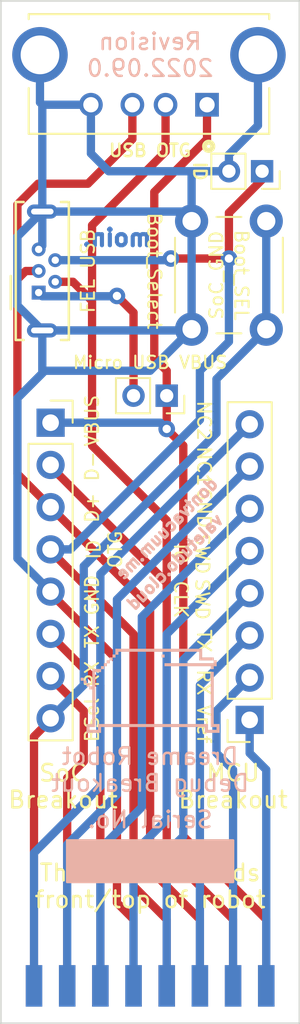
<source format=kicad_pcb>
(kicad_pcb (version 20211014) (generator pcbnew)
  (layers (0 "F.Cu" signal) (31 "B.Cu" signal) (34 "B.Paste" user) (35 "F.Paste" user) (36 "B.SilkS" user "B.Silkscreen") (37 "F.SilkS" user "F.Silkscreen") (38 "B.Mask" user) (39 "F.Mask" user) (44 "Edge.Cuts" user))
  (net 0 "")
  (net 1 "MCU_Vref")
  (net 2 "VBUS")
  (net 3 "MCU_RX")
  (net 4 "D-")
  (net 5 "MCU_TX")
  (net 6 "D+")
  (net 7 "MCU_SWCLK")
  (net 8 "MCU_SWDIO")
  (net 9 "SoC_TX")
  (net 10 "SoC_RX")
  (net 11 "Boot_SEL")
  (net 12 "USB_VBUS")
  (net 13 "SoC_USB_OTG_ID")
  (net 14 "MCU_NC1")
  (net 15 "MCU_NC2")
  (net 16 "SoC_GND")
  (net 17 "MCU_GND")
  (footprint "Connector_PinSocket_2.54mm:PinSocket_1x08_P2.54mm_Vertical" (layer "F.Cu") (at 65 82 180)
    (fp_text reference "J3" hide)
    (fp_text value "MCU Breakout" hide)
    (fp_line (start 1.33 -1.33) (end 1.33 0) (layer "F.SilkS") (width 0.12))
    (fp_line (start 1.33 1.27) (end 1.33 19.11) (layer "F.SilkS") (width 0.12))
    (fp_line (start -1.33 1.27) (end 1.33 1.27) (layer "F.SilkS") (width 0.12))
    (fp_line (start -1.33 1.27) (end -1.33 19.11) (layer "F.SilkS") (width 0.12))
    (fp_line (start -1.33 19.11) (end 1.33 19.11) (layer "F.SilkS") (width 0.12))
    (fp_line (start 0 -1.33) (end 1.33 -1.33) (layer "F.SilkS") (width 0.12))
    (pad "1" thru_hole rect (at 0 0 180) (size 1.7 1.7) (drill 1) (layers *.Cu *.Mask) (net 1 "MCU_Vref"))
    (pad "2" thru_hole oval (at 0 2.54 180) (size 1.7 1.7) (drill 1) (layers *.Cu *.Mask) (net 3 "MCU_RX"))
    (pad "3" thru_hole oval (at 0 5.08 180) (size 1.7 1.7) (drill 1) (layers *.Cu *.Mask) (net 5 "MCU_TX"))
    (pad "4" thru_hole oval (at 0 7.62 180) (size 1.7 1.7) (drill 1) (layers *.Cu *.Mask) (net 7 "MCU_SWCLK"))
    (pad "5" thru_hole oval (at 0 10.16 180) (size 1.7 1.7) (drill 1) (layers *.Cu *.Mask) (net 8 "MCU_SWDIO"))
    (pad "6" thru_hole oval (at 0 12.7 180) (size 1.7 1.7) (drill 1) (layers *.Cu *.Mask) (net 17 "MCU_GND"))
    (pad "7" thru_hole oval (at 0 15.24 180) (size 1.7 1.7) (drill 1) (layers *.Cu *.Mask) (net 14 "MCU_NC1"))
    (pad "8" thru_hole oval (at 0 17.78 180) (size 1.7 1.7) (drill 1) (layers *.Cu *.Mask) (net 15 "MCU_NC2"))
  )
  (footprint "Custom:ONSHORE_USB-A1VSB6" (layer "F.Cu") (at 58.93 42 180)
    (fp_text reference "J5" hide)
    (fp_text value "OTG_USB" hide)
    (fp_line (start -7.25 -2) (end -7.25 -4.75) (layer "F.SilkS") (width 0.127))
    (fp_line (start 7.25 2.15) (end 7.25 2.45) (layer "F.SilkS") (width 0.127))
    (fp_line (start -7.25 2.45) (end -7.25 2.15) (layer "F.SilkS") (width 0.127))
    (fp_line (start 7.25 2.45) (end -7.25 2.45) (layer "F.SilkS") (width 0.127))
    (fp_line (start -7.25 -4.75) (end 7.25 -4.75) (layer "F.SilkS") (width 0.127))
    (fp_line (start 7.25 -4.75) (end 7.25 -2) (layer "F.SilkS") (width 0.127))
    (fp_circle (center -3.6 -5.5) (end -3.5 -5.5) (layer "F.SilkS") (width 0.3) (fill none))
    (pad "1" thru_hole rect (at -3.5 -3 180) (size 1.428 1.428) (drill 0.92) (layers *.Cu *.Mask) (net 2 "VBUS"))
    (pad "2" thru_hole circle (at -1 -3 180) (size 1.428 1.428) (drill 0.92) (layers *.Cu *.Mask) (net 4 "D-"))
    (pad "3" thru_hole circle (at 1 -3 180) (size 1.428 1.428) (drill 0.92) (layers *.Cu *.Mask) (net 6 "D+"))
    (pad "4" thru_hole circle (at 3.5 -3 180) (size 1.428 1.428) (drill 0.92) (layers *.Cu *.Mask) (net 16 "SoC_GND"))
    (pad "S1" thru_hole circle (at -6.57 0 180) (size 3.346 3.346) (drill 2.33) (layers *.Cu *.Mask) (net 16 "SoC_GND"))
    (pad "S2" thru_hole circle (at 6.57 0 180) (size 3.346 3.346) (drill 2.33) (layers *.Cu *.Mask) (net 16 "SoC_GND"))
  )
  (footprint "Connector_PinSocket_2.00mm:PinSocket_1x02_P2.00mm_Vertical" (layer "F.Cu") (at 65.75 49 -90)
    (fp_text reference "JP2" hide)
    (fp_text value "JP_USB_OTG_ID" hide)
    (fp_line (start 1.06 1) (end 1.06 3.06) (layer "F.SilkS") (width 0.12))
    (fp_line (start -1.06 1) (end 1.06 1) (layer "F.SilkS") (width 0.12))
    (fp_line (start -1.06 3.06) (end 1.06 3.06) (layer "F.SilkS") (width 0.12))
    (fp_line (start 1.06 -1.06) (end 1.06 0) (layer "F.SilkS") (width 0.12))
    (fp_line (start 0 -1.06) (end 1.06 -1.06) (layer "F.SilkS") (width 0.12))
    (fp_line (start -1.06 1) (end -1.06 3.06) (layer "F.SilkS") (width 0.12))
    (pad "1" thru_hole rect (at 0 0 270) (size 1.35 1.35) (drill 0.8) (layers *.Cu *.Mask) (net 13 "SoC_USB_OTG_ID"))
    (pad "2" thru_hole oval (at 0 2 270) (size 1.35 1.35) (drill 0.8) (layers *.Cu *.Mask) (net 16 "SoC_GND"))
  )
  (footprint "Connector_PinSocket_2.00mm:PinSocket_1x02_P2.00mm_Vertical" (layer "F.Cu") (at 60 62.5 -90)
    (fp_text reference "JP1" hide)
    (fp_text value "JP_USB_VBUS" hide)
    (fp_line (start -1.06 3.06) (end 1.06 3.06) (layer "F.SilkS") (width 0.12))
    (fp_line (start -1.06 1) (end -1.06 3.06) (layer "F.SilkS") (width 0.12))
    (fp_line (start 0 -1.06) (end 1.06 -1.06) (layer "F.SilkS") (width 0.12))
    (fp_line (start -1.06 1) (end 1.06 1) (layer "F.SilkS") (width 0.12))
    (fp_line (start 1.06 -1.06) (end 1.06 0) (layer "F.SilkS") (width 0.12))
    (fp_line (start 1.06 1) (end 1.06 3.06) (layer "F.SilkS") (width 0.12))
    (pad "1" thru_hole rect (at 0 0 270) (size 1.35 1.35) (drill 0.8) (layers *.Cu *.Mask) (net 2 "VBUS"))
    (pad "2" thru_hole oval (at 0 2 270) (size 1.35 1.35) (drill 0.8) (layers *.Cu *.Mask) (net 12 "USB_VBUS"))
  )
  (footprint "Custom:DGI_8_SMDPADS" (layer "F.Cu") (at 59 98)
    (fp_text reference "J1.1" hide)
    (fp_text value "To Robot SoC" hide)
    (pad "1" smd rect (at -7 0) (size 1 2.5) (layers "F.Cu" "F.Paste" "F.Mask") (net 11 "Boot_SEL"))
    (pad "2" smd rect (at -5 0) (size 1 2.5) (layers "F.Cu" "F.Paste" "F.Mask") (net 10 "SoC_RX"))
    (pad "3" smd rect (at -3 0) (size 1 2.5) (layers "F.Cu" "F.Paste" "F.Mask") (net 9 "SoC_TX"))
    (pad "4" smd rect (at -1 0) (size 1 2.5) (layers "F.Cu" "F.Paste" "F.Mask") (net 16 "SoC_GND"))
    (pad "5" smd rect (at 1 0) (size 1 2.5) (layers "F.Cu" "F.Paste" "F.Mask") (net 13 "SoC_USB_OTG_ID"))
    (pad "6" smd rect (at 3 0) (size 1 2.5) (layers "F.Cu" "F.Paste" "F.Mask") (net 6 "D+"))
    (pad "7" smd rect (at 5 0) (size 1 2.5) (layers "F.Cu" "F.Paste" "F.Mask") (net 4 "D-"))
    (pad "8" smd rect (at 7 0) (size 1 2.5) (layers "F.Cu" "F.Paste" "F.Mask") (net 2 "VBUS"))
  )
  (footprint "Connector_PinSocket_2.54mm:PinSocket_1x08_P2.54mm_Vertical" (layer "F.Cu") (at 53 64.125)
    (fp_text reference "J2" hide)
    (fp_text value "SoC Breakout" hide)
    (fp_line (start 1.33 -1.33) (end 1.33 0) (layer "F.SilkS") (width 0.12))
    (fp_line (start -1.33 19.11) (end 1.33 19.11) (layer "F.SilkS") (width 0.12))
    (fp_line (start -1.33 1.27) (end 1.33 1.27) (layer "F.SilkS") (width 0.12))
    (fp_line (start 1.33 1.27) (end 1.33 19.11) (layer "F.SilkS") (width 0.12))
    (fp_line (start -1.33 1.27) (end -1.33 19.11) (layer "F.SilkS") (width 0.12))
    (fp_line (start 0 -1.33) (end 1.33 -1.33) (layer "F.SilkS") (width 0.12))
    (pad "1" thru_hole rect (at 0 0) (size 1.7 1.7) (drill 1) (layers *.Cu *.Mask) (net 2 "VBUS"))
    (pad "2" thru_hole oval (at 0 2.54) (size 1.7 1.7) (drill 1) (layers *.Cu *.Mask) (net 4 "D-"))
    (pad "3" thru_hole oval (at 0 5.08) (size 1.7 1.7) (drill 1) (layers *.Cu *.Mask) (net 6 "D+"))
    (pad "4" thru_hole oval (at 0 7.62) (size 1.7 1.7) (drill 1) (layers *.Cu *.Mask) (net 13 "SoC_USB_OTG_ID"))
    (pad "5" thru_hole oval (at 0 10.16) (size 1.7 1.7) (drill 1) (layers *.Cu *.Mask) (net 16 "SoC_GND"))
    (pad "6" thru_hole oval (at 0 12.7) (size 1.7 1.7) (drill 1) (layers *.Cu *.Mask) (net 9 "SoC_TX"))
    (pad "7" thru_hole oval (at 0 15.24) (size 1.7 1.7) (drill 1) (layers *.Cu *.Mask) (net 10 "SoC_RX"))
    (pad "8" thru_hole oval (at 0 17.78) (size 1.7 1.7) (drill 1) (layers *.Cu *.Mask) (net 11 "Boot_SEL"))
  )
  (footprint "Connector_USB:USB_Micro-B_Wuerth_614105150721_Vertical" (layer "F.Cu") (at 52.28 56.3 90)
    (fp_text reference "J4" hide)
    (fp_text value "SoC_FEL_USB" hide)
    (fp_line (start -2.85 1.82) (end 5.45 1.82) (layer "F.SilkS") (width 0.15))
    (fp_line (start -2.85 1.345) (end -2.85 1.82) (layer "F.SilkS") (width 0.15))
    (fp_line (start -2.85 -1.38) (end 5.45 -1.38) (layer "F.SilkS") (width 0.15))
    (fp_line (start 5.45 1.82) (end 5.45 1.345) (layer "F.SilkS") (width 0.15))
    (fp_line (start -1 -1.68) (end 1 -1.68) (layer "F.SilkS") (width 0.15))
    (fp_line (start -2.85 -0.905) (end -2.85 -1.38) (layer "F.SilkS") (width 0.15))
    (fp_line (start 5.45 -1.38) (end 5.45 -0.905) (layer "F.SilkS") (width 0.15))
    (pad "1" thru_hole rect (at 0 0 90) (size 0.84 0.84) (drill 0.44) (layers *.Cu *.Mask) (net 12 "USB_VBUS"))
    (pad "2" thru_hole circle (at 0.65 1 90) (size 0.84 0.84) (drill 0.44) (layers *.Cu *.Mask) (net 4 "D-"))
    (pad "3" thru_hole circle (at 1.3 0 90) (size 0.84 0.84) (drill 0.44) (layers *.Cu *.Mask) (net 6 "D+"))
    (pad "4" thru_hole circle (at 1.95 1 90) (size 0.84 0.84) (drill 0.44) (layers *.Cu *.Mask) (net 13 "SoC_USB_OTG_ID"))
    (pad "5" thru_hole circle (at 2.6 0 90) (size 0.84 0.84) (drill 0.44) (layers *.Cu *.Mask) (net 16 "SoC_GND"))
    (pad "6" thru_hole oval (at -2.275 0.22 90) (size 0.85 1.85) (drill oval 0.35 1.35) (layers *.Cu *.Mask) (net 16 "SoC_GND"))
    (pad "6" thru_hole oval (at 4.875 0.22 90) (size 0.85 1.85) (drill oval 0.35 1.35) (layers *.Cu *.Mask) (net 16 "SoC_GND"))
  )
  (footprint "Button_Switch_THT:SW_PUSH_6mm" (layer "F.Cu") (at 61.5 58.5 90)
    (fp_text reference "SW1" hide)
    (fp_text value "SoC_Boot_SEL_BTN" hide)
    (fp_line (start -0.25 1.5) (end -0.25 3) (layer "F.SilkS") (width 0.12))
    (fp_line (start 1 5.5) (end 5.5 5.5) (layer "F.SilkS") (width 0.12))
    (fp_line (start 6.75 3) (end 6.75 1.5) (layer "F.SilkS") (width 0.12))
    (fp_line (start 5.5 -1) (end 1 -1) (layer "F.SilkS") (width 0.12))
    (pad "1" thru_hole circle (at 6.5 0 180) (size 2 2) (drill 1.1) (layers *.Cu *.Mask) (net 16 "SoC_GND"))
    (pad "1" thru_hole circle (at 0 0 180) (size 2 2) (drill 1.1) (layers *.Cu *.Mask) (net 16 "SoC_GND"))
    (pad "2" thru_hole circle (at 0 4.5 180) (size 2 2) (drill 1.1) (layers *.Cu *.Mask) (net 11 "Boot_SEL"))
    (pad "2" thru_hole circle (at 6.5 4.5 180) (size 2 2) (drill 1.1) (layers *.Cu *.Mask) (net 11 "Boot_SEL"))
  )
  (footprint "Custom:DGI_8_SMDPADS" (layer "B.Cu") (at 59 98 180)
    (fp_text reference "J1.2" hide)
    (fp_text value "To Robot MCU" hide)
    (pad "1" smd rect (at -7 0 180) (size 1 2.5) (layers "B.Cu" "B.Paste" "B.Mask") (net 1 "MCU_Vref"))
    (pad "2" smd rect (at -5 0 180) (size 1 2.5) (layers "B.Cu" "B.Paste" "B.Mask") (net 3 "MCU_RX"))
    (pad "3" smd rect (at -3 0 180) (size 1 2.5) (layers "B.Cu" "B.Paste" "B.Mask") (net 5 "MCU_TX"))
    (pad "4" smd rect (at -1 0 180) (size 1 2.5) (layers "B.Cu" "B.Paste" "B.Mask") (net 7 "MCU_SWCLK"))
    (pad "5" smd rect (at 1 0 180) (size 1 2.5) (layers "B.Cu" "B.Paste" "B.Mask") (net 8 "MCU_SWDIO"))
    (pad "6" smd rect (at 3 0 180) (size 1 2.5) (layers "B.Cu" "B.Paste" "B.Mask") (net 17 "MCU_GND"))
    (pad "7" smd rect (at 5 0 180) (size 1 2.5) (layers "B.Cu" "B.Paste" "B.Mask") (net 14 "MCU_NC1"))
    (pad "8" smd rect (at 7 0 180) (size 1 2.5) (layers "B.Cu" "B.Paste" "B.Mask") (net 15 "MCU_NC2"))
  )
  (footprint "Custom:valetudog" (layer "B.Cu") (at 59 80.25 180)
    (fp_text reference "G***" hide)
    (fp_text value "LOGO" hide)
    (fp_poly (pts (xy 2.264229 1.8288) (xy 2.264229 2.002972) (xy 2.4384 2.002972) (xy 2.4384 1.8288) (xy 2.264229 1.8288)) (layer "B.SilkS") (width 0.01) (fill solid))
    (fp_poly (pts (xy 1.915886 2.177143) (xy 1.915886 2.351315) (xy -2.960914 2.351315) (xy -2.960914 1.8288) (xy -3.831771 1.8288) (xy -3.831771 2.002972) (xy -3.135085 2.002972) (xy -3.135085 2.525486) (xy 2.090057 2.525486) (xy 2.090057 2.177143) (xy 1.915886 2.177143)) (layer "B.SilkS") (width 0.01) (fill solid))
    (fp_poly (pts (xy 3.6576 0.087086) (xy 3.483429 0.087086) (xy 3.483429 -2.002971) (xy 3.831772 -2.002971) (xy 3.831772 -2.525485) (xy 2.960915 -2.525485) (xy 2.960915 -2.177143) (xy -3.309257 -2.177143) (xy -3.309257 -2.525485) (xy -4.180114 -2.525485) (xy -4.180114 -2.002971) (xy -3.831771 -2.002971) (xy -3.831771 1.132115) (xy -3.6576 1.132115) (xy -3.6576 -2.177143) (xy -4.005943 -2.177143) (xy -4.005943 -2.351314) (xy -3.483428 -2.351314) (xy -3.483428 -2.002971) (xy 3.135086 -2.002971) (xy 3.135086 -2.351314) (xy 3.6576 -2.351314) (xy 3.6576 -2.177143) (xy 3.309257 -2.177143) (xy 3.309257 1.132115) (xy 2.960915 1.132115) (xy 2.960915 1.306286) (xy 3.483429 1.306286) (xy 3.483429 0.261257) (xy 3.6576 0.261257) (xy 3.6576 0.087086)) (layer "B.SilkS") (width 0.01) (fill solid))
    (fp_poly (pts (xy 2.786743 1.306286) (xy 2.786743 1.480457) (xy 2.960915 1.480457) (xy 2.960915 1.306286) (xy 2.786743 1.306286)) (layer "B.SilkS") (width 0.01) (fill solid))
    (fp_poly (pts (xy -3.831771 1.654629) (xy -0.870857 1.654629) (xy -0.870857 1.480457) (xy -3.6576 1.480457) (xy -3.6576 1.306286) (xy -3.831771 1.306286) (xy -3.831771 1.480457) (xy -4.005943 1.480457) (xy -4.005943 1.8288) (xy -3.831771 1.8288) (xy -3.831771 1.654629)) (layer "B.SilkS") (width 0.01) (fill solid))
    (fp_poly (pts (xy 4.005943 0.435429) (xy 3.831772 0.435429) (xy 3.831772 0.6096) (xy 4.005943 0.6096) (xy 4.005943 0.435429)) (layer "B.SilkS") (width 0.01) (fill solid))
    (fp_poly (pts (xy -0.696685 2.002972) (xy -0.870857 2.002972) (xy -0.870857 2.177143) (xy -0.696685 2.177143) (xy -0.696685 2.002972)) (layer "B.SilkS") (width 0.01) (fill solid))
    (fp_poly (pts (xy 2.612572 1.480457) (xy 2.612572 1.654629) (xy 2.786743 1.654629) (xy 2.786743 1.480457) (xy 2.612572 1.480457)) (layer "B.SilkS") (width 0.01) (fill solid))
    (fp_poly (pts (xy 4.005943 0.783772) (xy 4.180115 0.783772) (xy 4.180115 0.6096) (xy 4.005943 0.6096) (xy 4.005943 0.783772)) (layer "B.SilkS") (width 0.01) (fill solid))
    (fp_poly (pts (xy 3.831772 0.261257) (xy 3.6576 0.261257) (xy 3.6576 0.435429) (xy 3.831772 0.435429) (xy 3.831772 0.261257)) (layer "B.SilkS") (width 0.01) (fill solid))
    (fp_poly (pts (xy 2.4384 1.654629) (xy 2.4384 1.8288) (xy 2.612572 1.8288) (xy 2.612572 1.654629) (xy 2.4384 1.654629)) (layer "B.SilkS") (width 0.01) (fill solid))
    (fp_poly (pts (xy 2.090057 2.002972) (xy 2.090057 2.177143) (xy 2.264229 2.177143) (xy 2.264229 2.002972) (xy 2.090057 2.002972)) (layer "B.SilkS") (width 0.01) (fill solid))
  )
  (gr_rect (start 54 91.75) (end 64 89.25) (layer "B.SilkS") (width 0.15) (fill solid))
  (gr_rect (start 50 100.25) (end 68 38.75) (layer "Edge.Cuts") (width 0.1) (fill none))
  (gr_text "moin." (at 57 53) (layer "B.Cu") (effects (font (size 1 1) (thickness 0.25)) (justify mirror)))
  (gr_text "Dreame Robot\nDebug Breakout" (at 59 85) (layer "B.SilkS") (effects (font (size 1 1)) (justify mirror)))
  (gr_text "dontvacuum.me" (at 60 70.5 45) (layer "B.SilkS") (effects (font (size 0.7 0.7) (thickness 0.175)) (justify mirror)))
  (gr_text "valetudo.cloud" (at 60.5 72.5 45) (layer "B.SilkS") (effects (font (size 0.7 0.7) (thickness 0.175)) (justify mirror)))
  (gr_text "Serial No." (at 59 88) (layer "B.SilkS") (effects (font (size 1 1)) (justify mirror)))
  (gr_text "Revision\n2022.09.0" (at 59 42) (layer "B.SilkS") (effects (font (size 1 1)) (justify mirror)))
  (gr_text "USB OTG" (at 59 47.75) (layer "F.SilkS") (effects (font (size 0.75 0.75))))
  (gr_text "This side towards\nfront/top of robot" (at 59 92) (layer "F.SilkS") (effects (font (size 1 1))))
  (gr_text "NC1" (at 62.25 66.75 270) (layer "F.SilkS") (effects (font (size 0.8 0.8) (thickness 0.12))))
  (gr_text "ID\nOTG" (at 56.25 71.75 90) (layer "F.SilkS") (effects (font (size 0.8 0.8) (thickness 0.12))))
  (gr_text "BSel" (at 55.5 82 90) (layer "F.SilkS") (effects (font (size 0.8 0.8) (thickness 0.12))))
  (gr_text "GND" (at 62.25 69.25 270) (layer "F.SilkS") (effects (font (size 0.8 0.8) (thickness 0.12))))
  (gr_text "TX" (at 62.25 77.25 270) (layer "F.SilkS") (effects (font (size 0.8 0.8) (thickness 0.12))))
  (gr_text "SoC_GND" (at 63 55.25 90) (layer "F.SilkS") (effects (font (size 0.8 0.8) (thickness 0.12))))
  (gr_text "D+" (at 55.5 69.25 90) (layer "F.SilkS") (effects (font (size 0.8 0.8) (thickness 0.12))))
  (gr_text "Boot_Select" (at 59.25 55 270) (layer "F.SilkS") (effects (font (size 0.8 0.8) (thickness 0.12))))
  (gr_text "NC2" (at 62.25 64 270) (layer "F.SilkS") (effects (font (size 0.8 0.8) (thickness 0.12))))
  (gr_text "RX" (at 55.5 79.25 90) (layer "F.SilkS") (effects (font (size 0.8 0.8) (thickness 0.12))))
  (gr_text "VBUS" (at 55.5 64 90) (layer "F.SilkS") (effects (font (size 0.8 0.8) (thickness 0.12))))
  (gr_text "Vref" (at 62.25 82.25 270) (layer "F.SilkS") (effects (font (size 0.8 0.8) (thickness 0.12))))
  (gr_text "D-\n" (at 55.5 66.75 90) (layer "F.SilkS") (effects (font (size 0.8 0.8) (thickness 0.12))))
  (gr_text "MCU\nBreakout" (at 64 86) (layer "F.SilkS") (effects (font (size 1 1))))
  (gr_text "SWD\nCLK" (at 61.5 74.75 270) (layer "F.SilkS") (effects (font (size 0.8 0.8) (thickness 0.12))))
  (gr_text "Boot_SEL" (at 64.5 55.25 270) (layer "F.SilkS") (effects (font (size 0.8 0.8) (thickness 0.12))))
  (gr_text "ID" (at 62 49 270) (layer "F.SilkS") (effects (font (size 0.75 0.75))))
  (gr_text "Micro USB VBUS" (at 59 60.5) (layer "F.SilkS") (effects (font (size 0.75 0.75) (thickness 0.125))))
  (gr_text "SoC\nBreakout" (at 53.75 86) (layer "F.SilkS") (effects (font (size 1 1))))
  (gr_text "TX" (at 55.5 77 90) (layer "F.SilkS") (effects (font (size 0.8 0.8) (thickness 0.12))))
  (gr_text "RX" (at 62.25 79.75 270) (layer "F.SilkS") (effects (font (size 0.8 0.8) (thickness 0.12))))
  (gr_text "FEL USB" (at 55.25 55 90) (layer "F.SilkS") (effects (font (size 0.8 0.8) (thickness 0.12))))
  (gr_text "GND" (at 55.5 74.5 90) (layer "F.SilkS") (effects (font (size 0.8 0.8) (thickness 0.12))))
  (gr_text "SWD\nIO" (at 61.5 72 270) (layer "F.SilkS") (effects (font (size 0.8 0.8) (thickness 0.12))))
  (segment (start 66 85) (end 66 98) (width 0.5) (layer "B.Cu") (net 1))
  (segment (start 65 84) (end 66 85) (width 0.5) (layer "B.Cu") (net 1))
  (segment (start 65 82) (end 65 84) (width 0.5) (layer "B.Cu") (net 1))
  (segment (start 66 94) (end 66 98) (width 0.5) (layer "F.Cu") (net 2))
  (segment (start 60 64.5) (end 60 62.5) (width 0.5) (layer "F.Cu") (net 2))
  (segment (start 60 64.5) (end 61 65.5) (width 0.5) (layer "F.Cu") (net 2))
  (segment (start 62.43 47.07) (end 62.43 45) (width 0.5) (layer "F.Cu") (net 2))
  (segment (start 60 61) (end 59.25 60.25) (width 0.5) (layer "F.Cu") (net 2))
  (segment (start 59.25 60.25) (end 59.25 50.25) (width 0.5) (layer "F.Cu") (net 2))
  (segment (start 59.25 50.25) (end 62.43 47.07) (width 0.5) (layer "F.Cu") (net 2))
  (segment (start 60 62.5) (end 60 61) (width 0.5) (layer "F.Cu") (net 2))
  (segment (start 61 65.5) (end 61 89) (width 0.5) (layer "F.Cu") (net 2))
  (segment (start 61 89) (end 66 94) (width 0.5) (layer "F.Cu") (net 2))
  (via (at 60 64.5) (size 1) (drill 0.5) (layers "F.Cu" "B.Cu") (net 2))
  (segment (start 60 64.5) (end 59.625 64.125) (width 0.5) (layer "B.Cu") (net 2))
  (segment (start 59.625 64.125) (end 53 64.125) (width 0.5) (layer "B.Cu") (net 2))
  (segment (start 64 85) (end 64 98) (width 0.5) (layer "B.Cu") (net 3))
  (segment (start 63 81.46) (end 63 84) (width 0.5) (layer "B.Cu") (net 3))
  (segment (start 65 79.46) (end 63 81.46) (width 0.5) (layer "B.Cu") (net 3))
  (segment (start 63 84) (end 64 85) (width 0.5) (layer "B.Cu") (net 3))
  (segment (start 60 90) (end 60 74) (width 0.5) (layer "F.Cu") (net 4))
  (segment (start 53.28 55.65) (end 54.35 55.65) (width 0.5) (layer "F.Cu") (net 4))
  (segment (start 59.93 47.82) (end 59.93 45) (width 0.5) (layer "F.Cu") (net 4))
  (segment (start 60 74) (end 60 73.76) (width 0.5) (layer "F.Cu") (net 4))
  (segment (start 60 73.76) (end 53 66.76) (width 0.5) (layer "F.Cu") (net 4))
  (segment (start 60 70) (end 55.5 65.5) (width 0.5) (layer "F.Cu") (net 4))
  (segment (start 55.5 65.5) (end 55.5 56.8) (width 0.5) (layer "F.Cu") (net 4))
  (segment (start 55.5 56.8) (end 55.5 52.25) (width 0.5) (layer "F.Cu") (net 4))
  (segment (start 55.5 52.25) (end 59.93 47.82) (width 0.5) (layer "F.Cu") (net 4))
  (segment (start 54.35 55.65) (end 55.5 56.8) (width 0.5) (layer "F.Cu") (net 4))
  (segment (start 64 94) (end 60 90) (width 0.5) (layer "F.Cu") (net 4))
  (segment (start 60 74) (end 60 70) (width 0.5) (layer "F.Cu") (net 4))
  (segment (start 64 98) (end 64 94) (width 0.5) (layer "F.Cu") (net 4))
  (segment (start 62 79.92) (end 62 98) (width 0.5) (layer "B.Cu") (net 5))
  (segment (start 65 76.92) (end 62 79.92) (width 0.5) (layer "B.Cu") (net 5))
  (segment (start 53 69.205) (end 59 75.205) (width 0.5) (layer "F.Cu") (net 6))
  (segment (start 51.5 55) (end 51 55.5) (width 0.5) (layer "F.Cu") (net 6))
  (segment (start 57.93 47.07) (end 57.93 45) (width 0.5) (layer "F.Cu") (net 6))
  (segment (start 52.25 49.75) (end 55.25 49.75) (width 0.5) (layer "F.Cu") (net 6))
  (segment (start 59 91) (end 62 94) (width 0.5) (layer "F.Cu") (net 6))
  (segment (start 51 51) (end 52.25 49.75) (width 0.5) (layer "F.Cu") (net 6))
  (segment (start 51 67.205) (end 51 56.28) (width 0.5) (layer "F.Cu") (net 6))
  (segment (start 53 69.205) (end 51 67.205) (width 0.5) (layer "F.Cu") (net 6))
  (segment (start 51 55.5) (end 51 51) (width 0.5) (layer "F.Cu") (net 6))
  (segment (start 59 75.205) (end 59 91) (width 0.5) (layer "F.Cu") (net 6))
  (segment (start 55.25 49.75) (end 57.93 47.07) (width 0.5) (layer "F.Cu") (net 6))
  (segment (start 52.28 55) (end 51.5 55) (width 0.5) (layer "F.Cu") (net 6))
  (segment (start 51 55.5) (end 51 56.28) (width 0.5) (layer "F.Cu") (net 6))
  (segment (start 62 94) (end 62 98) (width 0.5) (layer "F.Cu") (net 6))
  (segment (start 61 78.38) (end 65 74.38) (width 0.5) (layer "B.Cu") (net 7))
  (segment (start 60 98) (end 60 90) (width 0.5) (layer "B.Cu") (net 7))
  (segment (start 60 90) (end 61 89) (width 0.5) (layer "B.Cu") (net 7))
  (segment (start 61 89) (end 61 78.38) (width 0.5) (layer "B.Cu") (net 7))
  (segment (start 60 76.84) (end 65 71.84) (width 0.5) (layer "B.Cu") (net 8))
  (segment (start 58 98) (end 58 90) (width 0.5) (layer "B.Cu") (net 8))
  (segment (start 58 90) (end 60 88) (width 0.5) (layer "B.Cu") (net 8))
  (segment (start 60 88) (end 60 76.84) (width 0.5) (layer "B.Cu") (net 8))
  (segment (start 53 76.92) (end 56 79.92) (width 0.5) (layer "F.Cu") (net 9))
  (segment (start 56 79.92) (end 56 98) (width 0.5) (layer "F.Cu") (net 9))
  (segment (start 54 85.5) (end 55 84.5) (width 0.5) (layer "F.Cu") (net 10))
  (segment (start 53 79.46) (end 55 81.46) (width 0.5) (layer "F.Cu") (net 10))
  (segment (start 55 81.46) (end 55 84.5) (width 0.5) (layer "F.Cu") (net 10))
  (segment (start 54 98) (end 54 85.5) (width 0.5) (layer "F.Cu") (net 10))
  (segment (start 53 82) (end 52 83) (width 0.5) (layer "F.Cu") (net 11))
  (segment (start 52 83) (end 52 98) (width 0.5) (layer "F.Cu") (net 11))
  (segment (start 63 64.75) (end 63 61.5) (width 0.5) (layer "B.Cu") (net 11))
  (segment (start 66 58.5) (end 66 52) (width 0.5) (layer "B.Cu") (net 11))
  (segment (start 63 61.5) (end 66 58.5) (width 0.5) (layer "B.Cu") (net 11))
  (segment (start 55 72.75) (end 63 64.75) (width 0.5) (layer "B.Cu") (net 11))
  (segment (start 53 81.905) (end 55 79.905) (width 0.5) (layer "B.Cu") (net 11))
  (segment (start 55 79.905) (end 55 72.75) (width 0.5) (layer "B.Cu") (net 11))
  (segment (start 58 62.5) (end 58 57.5) (width 0.5) (layer "F.Cu") (net 12))
  (segment (start 58 57.5) (end 57 56.5) (width 0.5) (layer "F.Cu") (net 12))
  (via (at 57 56.5) (size 1) (drill 0.5) (layers "F.Cu" "B.Cu") (net 12))
  (segment (start 56.980489 56.519511) (end 52.499511 56.519511) (width 0.5) (layer "B.Cu") (net 12))
  (segment (start 52.499511 56.519511) (end 52.28 56.3) (width 0.5) (layer "B.Cu") (net 12))
  (segment (start 57 56.5) (end 56.980489 56.519511) (width 0.5) (layer "B.Cu") (net 12))
  (segment (start 58 92) (end 60 94) (width 0.5) (layer "F.Cu") (net 13))
  (segment (start 63.75 54.25) (end 61.5 54.25) (width 0.5) (layer "F.Cu") (net 13))
  (segment (start 61.5 54.25) (end 60.25 54.25) (width 0.5) (layer "F.Cu") (net 13))
  (segment (start 63.75 51.5) (end 65.75 49.5) (width 0.5) (layer "F.Cu") (net 13))
  (segment (start 58 76.84) (end 58 92) (width 0.5) (layer "F.Cu") (net 13))
  (segment (start 63.75 54.25) (end 63.75 51.5) (width 0.5) (layer "F.Cu") (net 13))
  (segment (start 53 71.84) (end 58 76.84) (width 0.5) (layer "F.Cu") (net 13))
  (segment (start 65.75 49.5) (end 65.75 49) (width 0.5) (layer "F.Cu") (net 13))
  (segment (start 60 94) (end 60 98) (width 0.5) (layer "F.Cu") (net 13))
  (via (at 63.75 54.25) (size 1) (drill 0.5) (layers "F.Cu" "B.Cu") (net 13))
  (via (at 60.25 54.25) (size 1) (drill 0.5) (layers "F.Cu" "B.Cu") (net 13))
  (segment (start 62 63.947081) (end 62 61.25) (width 0.5) (layer "B.Cu") (net 13))
  (segment (start 63.75 59.25) (end 63.75 54.25) (width 0.5) (layer "B.Cu") (net 13))
  (segment (start 62 61.25) (end 62 61) (width 0.5) (layer "B.Cu") (net 13))
  (segment (start 60.15 54.35) (end 53.28 54.35) (width 0.5) (layer "B.Cu") (net 13))
  (segment (start 53 71.745) (end 54.202081 71.745) (width 0.5) (layer "B.Cu") (net 13))
  (segment (start 62 61) (end 63.5 59.5) (width 0.5) (layer "B.Cu") (net 13))
  (segment (start 54.202081 71.745) (end 62 63.947081) (width 0.5) (layer "B.Cu") (net 13))
  (segment (start 63.5 59.5) (end 63.75 59.25) (width 0.5) (layer "B.Cu") (net 13))
  (segment (start 60.25 54.25) (end 60.15 54.35) (width 0.5) (layer "B.Cu") (net 13))
  (segment (start 57 86.5) (end 54 89.5) (width 0.5) (layer "B.Cu") (net 14))
  (segment (start 57 74.76) (end 57 86.5) (width 0.5) (layer "B.Cu") (net 14))
  (segment (start 54 89.5) (end 54 98) (width 0.5) (layer "B.Cu") (net 14))
  (segment (start 65 66.76) (end 57 74.76) (width 0.5) (layer "B.Cu") (net 14))
  (segment (start 56 73.22) (end 65 64.22) (width 0.5) (layer "B.Cu") (net 15))
  (segment (start 56 86) (end 56 78) (width 0.5) (layer "B.Cu") (net 15))
  (segment (start 52 90) (end 56 86) (width 0.5) (layer "B.Cu") (net 15))
  (segment (start 52 98) (end 52 90) (width 0.5) (layer "B.Cu") (net 15))
  (segment (start 56 78) (end 56 73.22) (width 0.5) (layer "B.Cu") (net 15))
  (segment (start 53 74.38) (end 57 78.38) (width 0.5) (layer "F.Cu") (net 16))
  (segment (start 58 94) (end 58 98) (width 0.5) (layer "F.Cu") (net 16))
  (segment (start 57 93) (end 58 94) (width 0.5) (layer "F.Cu") (net 16))
  (segment (start 57 78.38) (end 57 93) (width 0.5) (layer "F.Cu") (net 16))
  (segment (start 51 52.925) (end 51 57.075) (width 0.5) (layer "B.Cu") (net 16))
  (segment (start 63.75 49) (end 62.25 49) (width 0.5) (layer "B.Cu") (net 16))
  (segment (start 61.425 58.575) (end 61.5 58.5) (width 0.5) (layer "B.Cu") (net 16))
  (segment (start 59 61) (end 52.650978 61) (width 0.5) (layer "B.Cu") (net 16))
  (segment (start 52.5 51.425) (end 52.5 45) (width 0.5) (layer "B.Cu") (net 16))
  (segment (start 65.5 42) (end 65.5 46.25) (width 0.5) (layer "B.Cu") (net 16))
  (segment (start 52.650978 61) (end 51.825489 61.825489) (width 0.5) (layer "B.Cu") (net 16))
  (segment (start 60.925 51.425) (end 61.5 52) (width 0.5) (layer "B.Cu") (net 16))
  (segment (start 51 62.650978) (end 51 72.285) (width 0.5) (layer "B.Cu") (net 16))
  (segment (start 62.25 49) (end 61.5 49) (width 0.5) (layer "B.Cu") (net 16))
  (segment (start 52.5 51.425) (end 60.925 51.425) (width 0.5) (layer "B.Cu") (net 16))
  (segment (start 51 72.285) (end 53 74.285) (width 0.5) (layer "B.Cu") (net 16))
  (segment (start 61.5 52) (end 61.5 58.5) (width 0.5) (layer "B.Cu") (net 16))
  (segment (start 61.5 52) (end 61.5 49) (width 0.5) (layer "B.Cu") (net 16))
  (segment (start 52.5 61.150978) (end 51.825489 61.825489) (width 0.5) (layer "B.Cu") (net 16))
  (segment (start 56.5 49) (end 62.25 49) (width 0.5) (layer "B.Cu") (net 16))
  (segment (start 55.43 45) (end 52.5 45) (width 0.5) (layer "B.Cu") (net 16))
  (segment (start 55.43 47.93) (end 56.5 49) (width 0.5) (layer "B.Cu") (net 16))
  (segment (start 55.43 45) (end 55.43 47.93) (width 0.5) (layer "B.Cu") (net 16))
  (segment (start 52.5 51.425) (end 51 52.925) (width 0.5) (layer "B.Cu") (net 16))
  (segment (start 52.5 51.425) (end 52.5 53.48) (width 0.5) (layer "B.Cu") (net 16))
  (segment (start 65.5 46.25) (end 63.75 48) (width 0.5) (layer "B.Cu") (net 16))
  (segment (start 63.75 48) (end 63.75 49) (width 0.5) (layer "B.Cu") (net 16))
  (segment (start 52.5 53.48) (end 52.28 53.7) (width 0.5) (layer "B.Cu") (net 16))
  (segment (start 52.5 58.575) (end 61.425 58.575) (width 0.5) (layer "B.Cu") (net 16))
  (segment (start 51.825489 61.825489) (end 51 62.650978) (width 0.5) (layer "B.Cu") (net 16))
  (segment (start 52.36 44.86) (end 52.5 45) (width 0.5) (layer "B.Cu") (net 16))
  (segment (start 61.5 58.5) (end 59 61) (width 0.5) (layer "B.Cu") (net 16))
  (segment (start 52.36 42) (end 52.36 44.86) (width 0.5) (layer "B.Cu") (net 16))
  (segment (start 51 57.075) (end 52.5 58.575) (width 0.5) (layer "B.Cu") (net 16))
  (segment (start 52.5 58.575) (end 52.5 61.150978) (width 0.5) (layer "B.Cu") (net 16))
  (segment (start 56 89.75) (end 58.5 87.25) (width 0.5) (layer "B.Cu") (net 17))
  (segment (start 58.5 87.25) (end 58.5 75.8) (width 0.5) (layer "B.Cu") (net 17))
  (segment (start 58.5 75.8) (end 65 69.3) (width 0.5) (layer "B.Cu") (net 17))
  (segment (start 56 98) (end 56 89.75) (width 0.5) (layer "B.Cu") (net 17))
)
</source>
